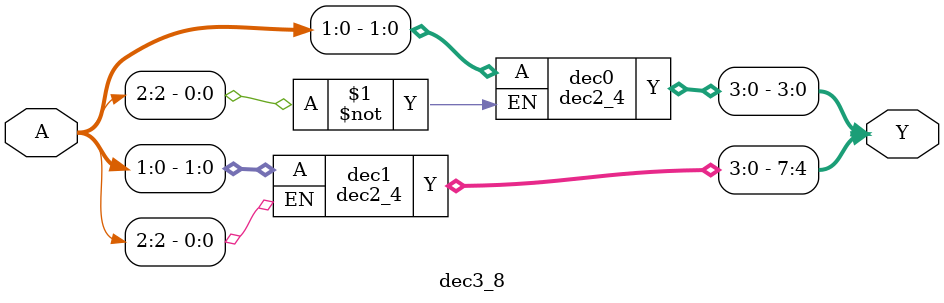
<source format=v>
module dec2_4(output [3:0] Y, input EN, input [1:0] A);
 assign Y[0] = ~A[1] & ~A[0] & EN;
 assign Y[1] = ~A[1] & A[0] & EN;
 assign Y[2] = A[1] & ~A[0] & EN;
 assign Y[3] = A[1] & A[0] & EN;
endmodule

module dec3_8(output [7:0] Y, input [2:0] A);
 dec2_4 dec0(Y[3:0], ~A[2], A[1:0]);
 dec2_4 dec1(Y[7:4], A[2], A[1:0]);
endmodule

</source>
